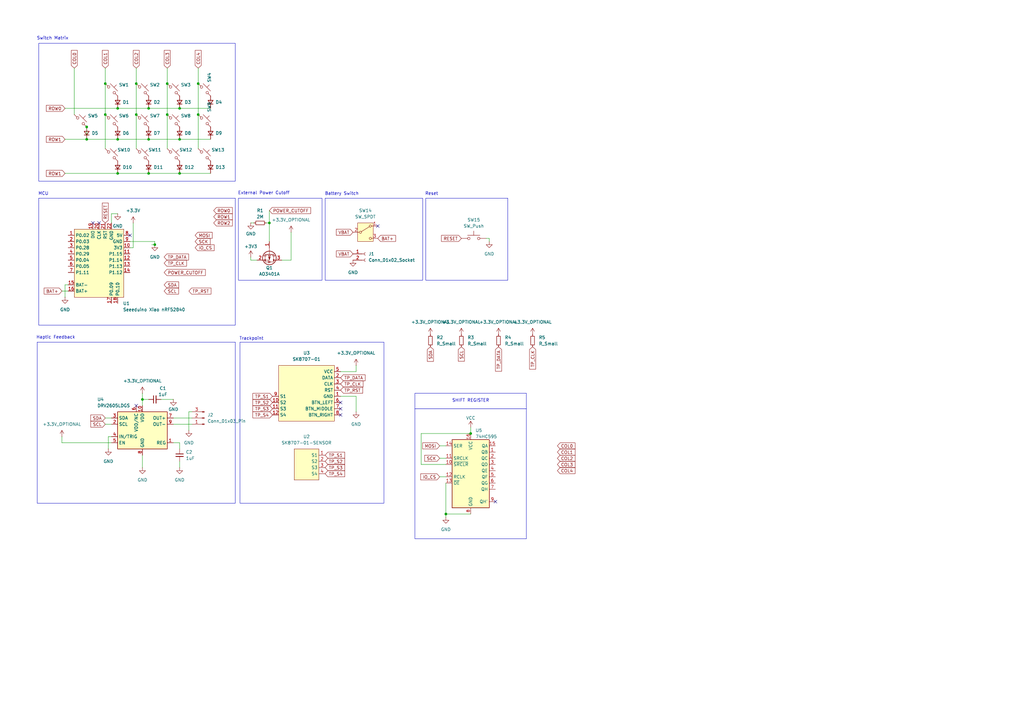
<source format=kicad_sch>
(kicad_sch (version 20231120) (generator "eeschema") (generator_version "8.0")
  (paper "A3")
  (lib_symbols
    (symbol "74xx:74HC595"
      (property "Reference" "U" (at -7.62 13.97 0))
      (property "Value" "74HC595" (at -7.62 -16.51 0))
      (symbol "74HC595_1_0"
        (pin tri_state line (at 10.16 7.62 180) (length 2.54) (name "QB") (number "1"))
        (pin input line (at -10.16 2.54 0) (length 2.54) (name "~{SRCLR}") (number "10"))
        (pin input line (at -10.16 5.08 0) (length 2.54) (name "SRCLK") (number "11"))
        (pin input line (at -10.16 -2.54 0) (length 2.54) (name "RCLK") (number "12"))
        (pin input line (at -10.16 -5.08 0) (length 2.54) (name "~{OE}") (number "13"))
        (pin input line (at -10.16 10.16 0) (length 2.54) (name "SER") (number "14"))
        (pin tri_state line (at 10.16 10.16 180) (length 2.54) (name "QA") (number "15"))
        (pin power_in line (at 0 15.24 270) (length 2.54) (name "VCC") (number "16"))
        (pin tri_state line (at 10.16 5.08 180) (length 2.54) (name "QC") (number "2"))
        (pin tri_state line (at 10.16 2.54 180) (length 2.54) (name "QD") (number "3"))
        (pin tri_state line (at 10.16 0 180) (length 2.54) (name "QE") (number "4"))
        (pin tri_state line (at 10.16 -2.54 180) (length 2.54) (name "QF") (number "5"))
        (pin tri_state line (at 10.16 -5.08 180) (length 2.54) (name "QG") (number "6"))
        (pin tri_state line (at 10.16 -7.62 180) (length 2.54) (name "QH") (number "7"))
        (pin power_in line (at 0 -17.78 90) (length 2.54) (name "GND") (number "8"))
        (pin output line (at 10.16 -12.7 180) (length 2.54) (name "QH'") (number "9"))
      )
      (symbol "74HC595_1_1"
        (rectangle (start -7.62 12.7) (end 7.62 -15.24) (stroke (width 0.254)) (fill (type background)))
      )
    )
    (symbol "Connector:Conn_01x02_Socket" (pin_names (offset 1.016) hide)
      (property "Reference" "J" (at 0 2.54 0))
      (property "Value" "Conn_01x02_Socket" (at 0 -5.08 0))
      (symbol "Conn_01x02_Socket_1_1"
        (arc (start 0 -2.032) (mid -0.5058 -2.54) (end 0 -3.048) (stroke (width 0.1524)))
        (polyline (pts (xy -1.27 -2.54) (xy -0.508 -2.54)) (stroke (width 0.1524)))
        (polyline (pts (xy -1.27 0) (xy -0.508 0)) (stroke (width 0.1524)))
        (arc (start 0 0.508) (mid -0.5058 0) (end 0 -0.508) (stroke (width 0.1524)))
        (pin passive line (at -5.08 0 0) (length 3.81) (name "Pin_1") (number "1"))
        (pin passive line (at -5.08 -2.54 0) (length 3.81) (name "Pin_2") (number "2"))
      )
    )
    (symbol "Connector:Conn_01x03_Pin" (pin_names (offset 1.016) hide)
      (property "Reference" "J" (at 0 5.08 0))
      (property "Value" "Conn_01x03_Pin" (at 0 -5.08 0))
      (symbol "Conn_01x03_Pin_1_1"
        (polyline (pts (xy 1.27 -2.54) (xy 0.8636 -2.54)) (stroke (width 0.1524)))
        (polyline (pts (xy 1.27 0) (xy 0.8636 0)) (stroke (width 0.1524)))
        (polyline (pts (xy 1.27 2.54) (xy 0.8636 2.54)) (stroke (width 0.1524)))
        (rectangle (start 0.8636 -2.413) (end 0 -2.667) (stroke (width 0.1524)) (fill (type outline)))
        (rectangle (start 0.8636 0.127) (end 0 -0.127) (stroke (width 0.1524)) (fill (type outline)))
        (rectangle (start 0.8636 2.667) (end 0 2.413) (stroke (width 0.1524)) (fill (type outline)))
        (pin passive line (at 5.08 2.54 180) (length 3.81) (name "Pin_1") (number "1"))
        (pin passive line (at 5.08 0 180) (length 3.81) (name "Pin_2") (number "2"))
        (pin passive line (at 5.08 -2.54 180) (length 3.81) (name "Pin_3") (number "3"))
      )
    )
    (symbol "Device:C_Small" (pin_numbers hide) (pin_names (offset 0.254) hide)
      (property "Reference" "C" (at 0.254 1.778 0))
      (property "Value" "C_Small" (at 0.254 -2.032 0))
      (symbol "C_Small_0_1"
        (polyline (pts (xy -1.524 -0.508) (xy 1.524 -0.508)) (stroke (width 0.3302)))
        (polyline (pts (xy -1.524 0.508) (xy 1.524 0.508)) (stroke (width 0.3048)))
      )
      (symbol "C_Small_1_1"
        (pin passive line (at 0 2.54 270) (length 2.032) (name "~") (number "1"))
        (pin passive line (at 0 -2.54 90) (length 2.032) (name "~") (number "2"))
      )
    )
    (symbol "Device:D_Small" (pin_numbers hide) (pin_names (offset 0.254) hide)
      (property "Reference" "D" (at -1.27 2.032 0))
      (property "Value" "D_Small" (at -3.81 -2.032 0))
      (symbol "D_Small_0_1"
        (polyline (pts (xy -0.762 -1.016) (xy -0.762 1.016)) (stroke (width 0.254)))
        (polyline (pts (xy -0.762 0) (xy 0.762 0)))
        (polyline (pts (xy 0.762 -1.016) (xy -0.762 0) (xy 0.762 1.016) (xy 0.762 -1.016)) (stroke (width 0.254)))
      )
      (symbol "D_Small_1_1"
        (pin passive line (at -2.54 0 0) (length 1.778) (name "K") (number "1"))
        (pin passive line (at 2.54 0 180) (length 1.778) (name "A") (number "2"))
      )
    )
    (symbol "Device:R_Small" (pin_numbers hide) (pin_names (offset 0.254) hide)
      (property "Reference" "R" (at 0.762 0.508 0))
      (property "Value" "R_Small" (at 0.762 -1.016 0))
      (symbol "R_Small_0_1"
        (rectangle (start -0.762 1.778) (end 0.762 -1.778) (stroke (width 0.2032)))
      )
      (symbol "R_Small_1_1"
        (pin passive line (at 0 2.54 270) (length 0.762) (name "~") (number "1"))
        (pin passive line (at 0 -2.54 90) (length 0.762) (name "~") (number "2"))
      )
    )
    (symbol "Driver_Haptic:DRV2605LDGS"
      (property "Reference" "U" (at -10.16 8.255 0))
      (property "Value" "DRV2605LDGS" (at 2.54 -8.89 0))
      (symbol "DRV2605LDGS_0_1"
        (rectangle (start -10.16 7.62) (end 10.16 -7.62) (stroke (width 0.254)) (fill (type background)))
      )
      (symbol "DRV2605LDGS_1_1"
        (pin passive line (at 12.7 -5.08 180) (length 2.54) (name "REG") (number "1"))
        (pin power_in line (at 0 10.16 270) (length 2.54) (name "VDD") (number "10"))
        (pin input line (at -12.7 2.54 0) (length 2.54) (name "SCL") (number "2"))
        (pin bidirectional line (at -12.7 5.08 0) (length 2.54) (name "SDA") (number "3"))
        (pin input line (at -12.7 -2.54 0) (length 2.54) (name "IN/TRIG") (number "4"))
        (pin input line (at -12.7 -5.08 0) (length 2.54) (name "EN") (number "5"))
        (pin power_in line (at -2.54 10.16 270) (length 2.54) (name "VDD/NC") (number "6"))
        (pin output line (at 12.7 5.08 180) (length 2.54) (name "OUT+") (number "7"))
        (pin power_in line (at 0 -10.16 90) (length 2.54) (name "GND") (number "8"))
        (pin output line (at 12.7 2.54 180) (length 2.54) (name "OUT-") (number "9"))
      )
    )
    (symbol "PCM_marbastlib-promicroish:Seeeduino_Xiao_nRF52840" (in_bom no)
      (property "Reference" "U" (at -10.16 -12.7 0))
      (property "Value" "Seeeduino Xiao nRF52840" (at -10.16 -15.24 0))
      (symbol "Seeeduino_Xiao_nRF52840_1_0"
        (pin bidirectional line (at -12.7 13.97 0) (length 2.54) (name "P0.02") (number "1"))
        (pin power_out line (at 12.7 8.89 180) (length 2.54) (name "3V3") (number "10"))
        (pin bidirectional line (at 12.7 6.35 180) (length 2.54) (name "P1.15") (number "11"))
        (pin bidirectional line (at 12.7 3.81 180) (length 2.54) (name "P1.14") (number "12"))
        (pin bidirectional line (at 12.7 1.27 180) (length 2.54) (name "P1.13") (number "13"))
        (pin bidirectional line (at 12.7 -1.27 180) (length 2.54) (name "P1.12") (number "14"))
        (pin power_in line (at -12.7 -6.35 0) (length 2.54) (name "BAT-") (number "15"))
        (pin power_in line (at -12.7 -8.89 0) (length 2.54) (name "BAT+") (number "16"))
        (pin bidirectional line (at 5.08 -13.97 90) (length 2.54) (name "P0.09") (number "17"))
        (pin bidirectional line (at 7.62 -13.97 90) (length 2.54) (name "P0.10") (number "18"))
        (pin bidirectional line (at -2.54 19.05 270) (length 2.54) (name "DIO") (number "19"))
        (pin bidirectional line (at -12.7 11.43 0) (length 2.54) (name "P0.03") (number "2"))
        (pin bidirectional line (at 0 19.05 270) (length 2.54) (name "CLK") (number "20"))
        (pin bidirectional line (at 2.54 19.05 270) (length 2.54) (name "RST") (number "21"))
        (pin power_out line (at 5.08 19.05 270) (length 2.54) (name "GND") (number "22"))
        (pin bidirectional line (at -12.7 8.89 0) (length 2.54) (name "P0.28") (number "3"))
        (pin bidirectional line (at -12.7 6.35 0) (length 2.54) (name "P0.29") (number "4"))
        (pin bidirectional line (at -12.7 3.81 0) (length 2.54) (name "P0.04") (number "5"))
        (pin bidirectional line (at -12.7 1.27 0) (length 2.54) (name "P0.05") (number "6"))
        (pin bidirectional line (at -12.7 -1.27 0) (length 2.54) (name "P1.11") (number "7"))
        (pin power_out line (at 12.7 13.97 180) (length 2.54) (name "5V") (number "8"))
        (pin power_out line (at 12.7 11.43 180) (length 2.54) (name "GND") (number "9"))
      )
      (symbol "Seeeduino_Xiao_nRF52840_1_1"
        (rectangle (start -10.16 16.51) (end 10.16 -11.43) (fill (type background)))
      )
    )
    (symbol "Switch:SW_Push" (pin_numbers hide) (pin_names (offset 1.016) hide)
      (property "Reference" "SW" (at 1.27 2.54 0))
      (property "Value" "SW_Push" (at 0 -1.524 0))
      (symbol "SW_Push_0_1"
        (circle (center -2.032 0) (radius 0.508))
        (polyline (pts (xy 0 1.27) (xy 0 3.048)))
        (polyline (pts (xy 2.54 1.27) (xy -2.54 1.27)))
        (circle (center 2.032 0) (radius 0.508))
        (pin passive line (at -5.08 0 0) (length 2.54) (name "1") (number "1"))
        (pin passive line (at 5.08 0 180) (length 2.54) (name "2") (number "2"))
      )
    )
    (symbol "Switch:SW_Push_45deg" (pin_numbers hide) (pin_names (offset 1.016) hide)
      (property "Reference" "SW" (at 3.048 1.016 0))
      (property "Value" "SW_Push_45deg" (at 0 -3.81 0))
      (symbol "SW_Push_45deg_0_1"
        (circle (center -1.1684 1.1684) (radius 0.508))
        (polyline (pts (xy -0.508 2.54) (xy 2.54 -0.508)))
        (polyline (pts (xy 1.016 1.016) (xy 2.032 2.032)))
        (polyline (pts (xy -2.54 2.54) (xy -1.524 1.524) (xy -1.524 1.524)))
        (polyline (pts (xy 1.524 -1.524) (xy 2.54 -2.54) (xy 2.54 -2.54) (xy 2.54 -2.54)))
        (circle (center 1.143 -1.1938) (radius 0.508))
        (pin passive line (at -2.54 2.54 0) (length 0) (name "1") (number "1"))
        (pin passive line (at 2.54 -2.54 180) (length 0) (name "2") (number "2"))
      )
    )
    (symbol "Switch:SW_SPDT" (pin_names (offset 0) hide)
      (property "Reference" "SW" (at 0 5.08 0))
      (property "Value" "SW_SPDT" (at 0 -5.08 0))
      (symbol "SW_SPDT_0_1"
        (circle (center -2.032 0) (radius 0.4572))
        (polyline (pts (xy -1.651 0.254) (xy 1.651 2.286)))
        (circle (center 2.032 -2.54) (radius 0.4572))
        (circle (center 2.032 2.54) (radius 0.4572))
      )
      (symbol "SW_SPDT_1_1"
        (rectangle (start -3.175 3.81) (end 3.175 -3.81) (fill (type background)))
        (pin passive line (at 5.08 2.54 180) (length 2.54) (name "A") (number "1"))
        (pin passive line (at -5.08 0 0) (length 2.54) (name "B") (number "2"))
        (pin passive line (at 5.08 -2.54 180) (length 2.54) (name "C") (number "3"))
      )
    )
    (symbol "Transistor_FET:AO3401A" (pin_names hide)
      (property "Reference" "Q" (at 5.08 1.905 0))
      (property "Value" "AO3401A" (at 5.08 0 0))
      (symbol "AO3401A_0_1"
        (polyline (pts (xy 0.254 0) (xy -2.54 0)))
        (polyline (pts (xy 0.254 1.905) (xy 0.254 -1.905)) (stroke (width 0.254)))
        (polyline (pts (xy 0.762 -1.27) (xy 0.762 -2.286)) (stroke (width 0.254)))
        (polyline (pts (xy 0.762 0.508) (xy 0.762 -0.508)) (stroke (width 0.254)))
        (polyline (pts (xy 0.762 2.286) (xy 0.762 1.27)) (stroke (width 0.254)))
        (polyline (pts (xy 2.54 2.54) (xy 2.54 1.778)))
        (polyline (pts (xy 2.54 -2.54) (xy 2.54 0) (xy 0.762 0)))
        (polyline (pts (xy 0.762 1.778) (xy 3.302 1.778) (xy 3.302 -1.778) (xy 0.762 -1.778)))
        (polyline (pts (xy 2.286 0) (xy 1.27 0.381) (xy 1.27 -0.381) (xy 2.286 0)) (fill (type outline)))
        (polyline (pts (xy 2.794 -0.508) (xy 2.921 -0.381) (xy 3.683 -0.381) (xy 3.81 -0.254)))
        (polyline (pts (xy 3.302 -0.381) (xy 2.921 0.254) (xy 3.683 0.254) (xy 3.302 -0.381)))
        (circle (center 1.651 0) (radius 2.794) (stroke (width 0.254)))
        (circle (center 2.54 -1.778) (radius 0.254) (fill (type outline)))
        (circle (center 2.54 1.778) (radius 0.254) (fill (type outline)))
      )
      (symbol "AO3401A_1_1"
        (pin input line (at -5.08 0 0) (length 2.54) (name "G") (number "1"))
        (pin passive line (at 2.54 -5.08 90) (length 2.54) (name "S") (number "2"))
        (pin passive line (at 2.54 5.08 270) (length 2.54) (name "D") (number "3"))
      )
    )
    (symbol "hyperpotato:+3.3V_OPTIONAL" (power) (pin_numbers hide) (pin_names (offset 0) hide)
      (property "Value" "+3.3V_OPTIONAL" (at 0 3.556 0))
      (symbol "+3.3V_OPTIONAL_0_1"
        (polyline (pts (xy -0.762 1.27) (xy 0 2.54)))
        (polyline (pts (xy 0 0) (xy 0 2.54)))
        (polyline (pts (xy 0 2.54) (xy 0.762 1.27)))
      )
      (symbol "+3.3V_OPTIONAL_1_1"
        (pin power_in line (at 0 0 90) (length 0) (name "~") (number "1"))
      )
    )
    (symbol "power:+3.3V" (power) (pin_numbers hide) (pin_names (offset 0) hide)
      (property "Value" "+3.3V" (at 0 3.556 0))
      (symbol "+3.3V_0_1"
        (polyline (pts (xy -0.762 1.27) (xy 0 2.54)))
        (polyline (pts (xy 0 0) (xy 0 2.54)))
        (polyline (pts (xy 0 2.54) (xy 0.762 1.27)))
      )
      (symbol "+3.3V_1_1"
        (pin power_in line (at 0 0 90) (length 0) (name "~") (number "1"))
      )
    )
    (symbol "power:GND" (power) (pin_numbers hide) (pin_names (offset 0) hide)
      (property "Value" "GND" (at 0 -3.81 0))
      (symbol "GND_0_1"
        (polyline (pts (xy 0 0) (xy 0 -1.27) (xy 1.27 -1.27) (xy 0 -2.54) (xy -1.27 -1.27) (xy 0 -1.27)))
      )
      (symbol "GND_1_1"
        (pin power_in line (at 0 0 270) (length 0) (name "~") (number "1"))
      )
    )
    (symbol "power:VCC" (power) (pin_names (offset 0))
      (property "Value" "VCC" (at 0 3.81 0))
      (symbol "VCC_0_1"
        (polyline (pts (xy -0.762 1.27) (xy 0 2.54)))
        (polyline (pts (xy 0 0) (xy 0 2.54)))
        (polyline (pts (xy 0 2.54) (xy 0.762 1.27)))
      )
      (symbol "VCC_1_1"
        (pin power_in line (at 0 0 90) (length 0) hide (name "VCC") (number "1"))
      )
    )
    (symbol "ssbb_parts:+3.3V_OPTIONAL" (power) (pin_numbers hide) (pin_names (offset 0) hide)
      (property "Value" "+3.3V_OPTIONAL" (at 0 3.556 0))
      (symbol "+3.3V_OPTIONAL_0_1"
        (polyline (pts (xy -0.762 1.27) (xy 0 2.54)))
        (polyline (pts (xy 0 0) (xy 0 2.54)))
        (polyline (pts (xy 0 2.54) (xy 0.762 1.27)))
      )
      (symbol "+3.3V_OPTIONAL_1_1"
        (pin power_in line (at 0 0 90) (length 0) (name "~") (number "1"))
      )
    )
    (symbol "ssbb_parts:Sprintek_SK8707-01_Sensor"
      (property "Reference" "U2" (at 0 11.43 0))
      (property "Value" "Sprintek_SK8707-01_Sensor" (at 0 8.89 0))
      (symbol "Sprintek_SK8707-01_Sensor_1_1"
        (rectangle (start -5.08 6.35) (end 5.08 -6.35) (fill (type background)))
        (pin bidirectional line (at 7.62 3.81 180) (length 2.54) (name "S1") (number "1"))
        (pin bidirectional line (at 7.62 1.27 180) (length 2.54) (name "S2") (number "2"))
        (pin bidirectional line (at 7.62 -1.27 180) (length 2.54) (name "S3") (number "3"))
        (pin bidirectional line (at 7.62 -3.81 180) (length 2.54) (name "S4") (number "4"))
      )
    )
    (symbol "ssbb_parts:Sprintek_SK8707–01"
      (property "Reference" "U3" (at 0 16.51 0))
      (property "Value" "SK8707-01" (at 0 13.97 0))
      (symbol "Sprintek_SK8707–01_1_1"
        (rectangle (start -11.43 11.43) (end 11.43 -11.43) (fill (type background)))
        (pin power_in line (at 13.97 -1.27 180) (length 2.54) (name "GND") (number "1"))
        (pin bidirectional line (at -13.97 -3.81 0) (length 2.54) (name "S2") (number "10"))
        (pin bidirectional line (at -13.97 -6.35 0) (length 2.54) (name "S3") (number "11"))
        (pin bidirectional line (at -13.97 -8.89 0) (length 2.54) (name "S4") (number "12"))
        (pin bidirectional line (at 13.97 6.35 180) (length 2.54) (name "DATA") (number "2"))
        (pin bidirectional line (at 13.97 3.81 180) (length 2.54) (name "CLK") (number "3"))
        (pin input line (at 13.97 1.27 180) (length 2.54) (name "RST") (number "4"))
        (pin power_in line (at 13.97 8.89 180) (length 2.54) (name "VCC") (number "5"))
        (pin bidirectional line (at 13.97 -3.81 180) (length 2.54) (name "BTN_LEFT") (number "6"))
        (pin bidirectional line (at 13.97 -6.35 180) (length 2.54) (name "BTN_MIDDLE") (number "7"))
        (pin bidirectional line (at 13.97 -8.89 180) (length 2.54) (name "BTN_RIGHT") (number "8"))
        (pin bidirectional line (at -13.97 -1.27 0) (length 2.54) (name "S1") (number "9"))
      )
    )
  )
  (junction (at 81.28 46.99))
  (junction (at 68.58 34.29))
  (junction (at 43.18 46.99))
  (junction (at 43.18 34.29))
  (junction (at 73.66 57.15))
  (junction (at 60.96 57.15))
  (junction (at 58.42 163.83))
  (junction (at 48.26 57.15))
  (junction (at 68.58 46.99))
  (junction (at 35.56 57.15))
  (junction (at 182.88 210.82))
  (junction (at 55.88 34.29))
  (junction (at 60.96 71.12))
  (junction (at 63.5 100.33))
  (junction (at 35.56 52.07))
  (junction (at 60.96 44.45))
  (junction (at 48.26 71.12))
  (junction (at 73.66 71.12))
  (junction (at 73.66 44.45))
  (junction (at 193.04 177.8))
  (junction (at 110.49 91.44))
  (junction (at 55.88 46.99))
  (junction (at 81.28 34.29))
  (junction (at 48.26 44.45))
  (no_connect (at 40.64 91.44))
  (no_connect (at 55.88 166.37))
  (no_connect (at 139.7 167.64))
  (no_connect (at 139.7 165.1))
  (no_connect (at 53.34 96.52))
  (no_connect (at 154.94 92.71))
  (no_connect (at 203.2 205.74))
  (no_connect (at 38.1 91.44))
  (no_connect (at 139.7 170.18))
  (wire (pts (xy 146.05 162.56) (xy 146.05 168.91)))
  (wire (pts (xy 55.88 46.99) (xy 55.88 60.96)))
  (wire (pts (xy 60.96 71.12) (xy 73.66 71.12)))
  (wire (pts (xy 139.7 152.4) (xy 146.05 152.4)))
  (wire (pts (xy 35.56 57.15) (xy 48.26 57.15)))
  (wire (pts (xy 43.18 173.99) (xy 45.72 173.99)))
  (wire (pts (xy 48.26 71.12) (xy 60.96 71.12)))
  (wire (pts (xy 182.88 198.12) (xy 182.88 210.82)))
  (wire (pts (xy 199.39 97.79) (xy 200.66 97.79)))
  (wire (pts (xy 115.57 106.68) (xy 119.38 106.68)))
  (wire (pts (xy 43.18 46.99) (xy 43.18 60.96)))
  (wire (pts (xy 172.72 190.5) (xy 172.72 177.8)))
  (wire (pts (xy 182.88 190.5) (xy 172.72 190.5)))
  (wire (pts (xy 71.12 181.61) (xy 73.66 181.61)))
  (wire (pts (xy 73.66 44.45) (xy 86.36 44.45)))
  (wire (pts (xy 73.66 57.15) (xy 86.36 57.15)))
  (wire (pts (xy 180.34 187.96) (xy 182.88 187.96)))
  (wire (pts (xy 58.42 186.69) (xy 58.42 191.77)))
  (wire (pts (xy 60.96 44.45) (xy 73.66 44.45)))
  (wire (pts (xy 102.87 105.41) (xy 102.87 106.68)))
  (wire (pts (xy 71.12 171.45) (xy 78.74 171.45)))
  (wire (pts (xy 43.18 34.29) (xy 43.18 46.99)))
  (wire (pts (xy 26.67 116.84) (xy 26.67 121.92)))
  (wire (pts (xy 26.67 57.15) (xy 35.56 57.15)))
  (wire (pts (xy 71.12 173.99) (xy 78.74 173.99)))
  (wire (pts (xy 25.4 119.38) (xy 27.94 119.38)))
  (wire (pts (xy 109.22 91.44) (xy 110.49 91.44)))
  (wire (pts (xy 26.67 44.45) (xy 48.26 44.45)))
  (wire (pts (xy 78.74 168.91) (xy 77.47 168.91)))
  (wire (pts (xy 182.88 210.82) (xy 193.04 210.82)))
  (wire (pts (xy 58.42 161.29) (xy 58.42 163.83)))
  (wire (pts (xy 81.28 34.29) (xy 81.28 46.99)))
  (wire (pts (xy 45.72 87.63) (xy 48.26 87.63)))
  (wire (pts (xy 146.05 149.86) (xy 146.05 152.4)))
  (wire (pts (xy 44.45 184.15) (xy 44.45 179.07)))
  (wire (pts (xy 180.34 182.88) (xy 182.88 182.88)))
  (wire (pts (xy 62.23 100.33) (xy 63.5 100.33)))
  (wire (pts (xy 25.4 179.07) (xy 25.4 181.61)))
  (wire (pts (xy 81.28 46.99) (xy 81.28 60.96)))
  (wire (pts (xy 54.61 91.44) (xy 54.61 101.6)))
  (wire (pts (xy 139.7 162.56) (xy 146.05 162.56)))
  (wire (pts (xy 200.66 97.79) (xy 200.66 99.06)))
  (wire (pts (xy 25.4 181.61) (xy 45.72 181.61)))
  (wire (pts (xy 45.72 87.63) (xy 45.72 91.44)))
  (wire (pts (xy 73.66 191.77) (xy 73.66 189.23)))
  (wire (pts (xy 68.58 27.94) (xy 68.58 34.29)))
  (wire (pts (xy 81.28 27.94) (xy 81.28 34.29)))
  (wire (pts (xy 58.42 163.83) (xy 60.96 163.83)))
  (wire (pts (xy 35.56 57.15) (xy 35.56 52.07)))
  (wire (pts (xy 27.94 116.84) (xy 26.67 116.84)))
  (wire (pts (xy 73.66 181.61) (xy 73.66 184.15)))
  (wire (pts (xy 60.96 57.15) (xy 73.66 57.15)))
  (wire (pts (xy 63.5 99.06) (xy 63.5 100.33)))
  (wire (pts (xy 110.49 91.44) (xy 110.49 99.06)))
  (wire (pts (xy 44.45 179.07) (xy 45.72 179.07)))
  (wire (pts (xy 66.04 163.83) (xy 71.12 163.83)))
  (wire (pts (xy 180.34 195.58) (xy 182.88 195.58)))
  (wire (pts (xy 55.88 27.94) (xy 55.88 34.29)))
  (wire (pts (xy 58.42 163.83) (xy 58.42 166.37)))
  (wire (pts (xy 172.72 177.8) (xy 193.04 177.8)))
  (wire (pts (xy 102.87 106.68) (xy 105.41 106.68)))
  (wire (pts (xy 48.26 57.15) (xy 60.96 57.15)))
  (wire (pts (xy 55.88 34.29) (xy 55.88 46.99)))
  (wire (pts (xy 193.04 175.26) (xy 193.04 177.8)))
  (wire (pts (xy 43.18 27.94) (xy 43.18 34.29)))
  (wire (pts (xy 102.87 91.44) (xy 104.14 91.44)))
  (wire (pts (xy 48.26 44.45) (xy 60.96 44.45)))
  (wire (pts (xy 53.34 101.6) (xy 54.61 101.6)))
  (wire (pts (xy 53.34 99.06) (xy 63.5 99.06)))
  (wire (pts (xy 68.58 34.29) (xy 68.58 46.99)))
  (wire (pts (xy 119.38 95.25) (xy 119.38 106.68)))
  (wire (pts (xy 73.66 71.12) (xy 86.36 71.12)))
  (wire (pts (xy 77.47 168.91) (xy 77.47 176.53)))
  (wire (pts (xy 182.88 212.09) (xy 182.88 210.82)))
  (wire (pts (xy 68.58 46.99) (xy 68.58 60.96)))
  (wire (pts (xy 26.67 71.12) (xy 48.26 71.12)))
  (wire (pts (xy 30.48 27.94) (xy 30.48 46.99)))
  (wire (pts (xy 110.49 86.36) (xy 110.49 91.44)))
  (wire (pts (xy 43.18 171.45) (xy 45.72 171.45)))
  (rectangle (start 98.425 140.335) (end 157.48 206.375))
  (rectangle (start 97.79 81.28) (end 132.08 114.935))
  (rectangle (start 170.18 161.29) (end 215.9 220.98))
  (rectangle (start 15.875 81.28) (end 96.52 133.35))
  (rectangle (start 133.35 81.28) (end 173.355 114.935))
  (rectangle (start 15.24 140.335) (end 96.52 206.375))
  (rectangle (start 15.875 17.78) (end 96.52 74.295))
  (rectangle (start 174.625 81.28) (end 208.28 114.935))
  (rectangle (start 170.18 167.64) (end 215.9 167.64))
  (text "Trackpoint" (at 103.124 138.938 0) (effects (font (size 1.27 1.27))))
  (text "Battery Switch" (at 140.208 79.502 0) (effects (font (size 1.27 1.27))))
  (text "Haptic Feedback" (at 22.86 138.43 0) (effects (font (size 1.27 1.27))))
  (text "Reset" (at 177.038 79.502 0) (effects (font (size 1.27 1.27))))
  (text "SHIFT REGISTER" (at 185.42 165.1 0) (effects (font (size 1.27 1.27)) (justify left bottom)))
  (text "MCU" (at 17.78 79.502 0) (effects (font (size 1.27 1.27))))
  (text "Switch Matrix" (at 21.59 15.748 0) (effects (font (size 1.27 1.27))))
  (text "External Power Cutoff" (at 108.204 79.248 0) (effects (font (size 1.27 1.27))))
  (global_label "SCL" (shape input) (at 189.23 142.24 270) (property "Intersheetrefs" "${INTERSHEET_REFS}" (effects (hide yes))))
  (global_label "TP_RST" (shape input) (at 139.7 160.02 0) (property "Intersheetrefs" "${INTERSHEET_REFS}" (effects (hide yes))))
  (global_label "TP_S3" (shape input) (at 133.35 191.77 0) (property "Intersheetrefs" "${INTERSHEET_REFS}" (effects (hide yes))))
  (global_label "TP_RST" (shape input) (at 77.47 119.38 0) (property "Intersheetrefs" "${INTERSHEET_REFS}" (effects (hide yes))))
  (global_label "IO_CS" (shape input) (at 180.34 195.58 180) (property "Intersheetrefs" "${INTERSHEET_REFS}" (effects (hide yes))))
  (global_label "COL2" (shape input) (at 228.6 187.96 0) (property "Intersheetrefs" "${INTERSHEET_REFS}" (effects (hide yes))))
  (global_label "SCK" (shape input) (at 80.01 99.06 0) (property "Intersheetrefs" "${INTERSHEET_REFS}" (effects (hide yes))))
  (global_label "COL4" (shape input) (at 228.6 193.04 0) (property "Intersheetrefs" "${INTERSHEET_REFS}" (effects (hide yes))))
  (global_label "TP_S2" (shape input) (at 111.76 165.1 180) (property "Intersheetrefs" "${INTERSHEET_REFS}" (effects (hide yes))))
  (global_label "TP_DATA" (shape input) (at 139.7 154.94 0) (property "Intersheetrefs" "${INTERSHEET_REFS}" (effects (hide yes))))
  (global_label "SCL" (shape input) (at 67.31 119.38 0) (property "Intersheetrefs" "${INTERSHEET_REFS}" (effects (hide yes))))
  (global_label "RESET" (shape input) (at 189.23 97.79 180) (property "Intersheetrefs" "${INTERSHEET_REFS}" (effects (hide yes))))
  (global_label "VBAT" (shape input) (at 144.78 104.14 180) (property "Intersheetrefs" "${INTERSHEET_REFS}" (effects (hide yes))))
  (global_label "COL0" (shape input) (at 228.6 182.88 0) (property "Intersheetrefs" "${INTERSHEET_REFS}" (effects (hide yes))))
  (global_label "SCL" (shape input) (at 43.18 173.99 180) (property "Intersheetrefs" "${INTERSHEET_REFS}" (effects (hide yes))))
  (global_label "COL2" (shape input) (at 55.88 27.94 90) (property "Intersheetrefs" "${INTERSHEET_REFS}" (effects (hide yes))))
  (global_label "ROW1" (shape input) (at 26.67 71.12 180) (property "Intersheetrefs" "${INTERSHEET_REFS}" (effects (hide yes))))
  (global_label "TP_S4" (shape input) (at 133.35 194.31 0) (property "Intersheetrefs" "${INTERSHEET_REFS}" (effects (hide yes))))
  (global_label "TP_S4" (shape input) (at 111.76 170.18 180) (property "Intersheetrefs" "${INTERSHEET_REFS}" (effects (hide yes))))
  (global_label "TP_CLK" (shape input) (at 67.31 107.95 0) (property "Intersheetrefs" "${INTERSHEET_REFS}" (effects (hide yes))))
  (global_label "ROW2" (shape input) (at 87.63 91.44 0) (property "Intersheetrefs" "${INTERSHEET_REFS}" (effects (hide yes))))
  (global_label "MOSI" (shape input) (at 80.01 96.52 0) (property "Intersheetrefs" "${INTERSHEET_REFS}" (effects (hide yes))))
  (global_label "RESET" (shape input) (at 43.18 91.44 90) (property "Intersheetrefs" "${INTERSHEET_REFS}" (effects (hide yes))))
  (global_label "POWER_CUTOFF" (shape input) (at 110.49 86.36 0) (property "Intersheetrefs" "${INTERSHEET_REFS}" (effects (hide yes))))
  (global_label "ROW0" (shape input) (at 26.67 44.45 180) (property "Intersheetrefs" "${INTERSHEET_REFS}" (effects (hide yes))))
  (global_label "TP_S1" (shape input) (at 111.76 162.56 180) (property "Intersheetrefs" "${INTERSHEET_REFS}" (effects (hide yes))))
  (global_label "MOSI" (shape input) (at 180.34 182.88 180) (property "Intersheetrefs" "${INTERSHEET_REFS}" (effects (hide yes))))
  (global_label "TP_CLK" (shape input) (at 218.44 142.24 270) (property "Intersheetrefs" "${INTERSHEET_REFS}" (effects (hide yes))))
  (global_label "COL4" (shape input) (at 81.28 27.94 90) (property "Intersheetrefs" "${INTERSHEET_REFS}" (effects (hide yes))))
  (global_label "COL1" (shape input) (at 228.6 185.42 0) (property "Intersheetrefs" "${INTERSHEET_REFS}" (effects (hide yes))))
  (global_label "TP_CLK" (shape input) (at 139.7 157.48 0) (property "Intersheetrefs" "${INTERSHEET_REFS}" (effects (hide yes))))
  (global_label "TP_S1" (shape input) (at 133.35 186.69 0) (property "Intersheetrefs" "${INTERSHEET_REFS}" (effects (hide yes))))
  (global_label "COL3" (shape input) (at 68.58 27.94 90) (property "Intersheetrefs" "${INTERSHEET_REFS}" (effects (hide yes))))
  (global_label "SDA" (shape input) (at 176.53 142.24 270) (property "Intersheetrefs" "${INTERSHEET_REFS}" (effects (hide yes))))
  (global_label "SDA" (shape input) (at 43.18 171.45 180) (property "Intersheetrefs" "${INTERSHEET_REFS}" (effects (hide yes))))
  (global_label "VBAT" (shape input) (at 144.78 95.25 180) (property "Intersheetrefs" "${INTERSHEET_REFS}" (effects (hide yes))))
  (global_label "BAT+" (shape input) (at 25.4 119.38 180) (property "Intersheetrefs" "${INTERSHEET_REFS}" (effects (hide yes))))
  (global_label "TP_S2" (shape input) (at 133.35 189.23 0) (property "Intersheetrefs" "${INTERSHEET_REFS}" (effects (hide yes))))
  (global_label "ROW1" (shape input) (at 26.67 57.15 180) (property "Intersheetrefs" "${INTERSHEET_REFS}" (effects (hide yes))))
  (global_label "ROW1" (shape input) (at 87.63 88.9 0) (property "Intersheetrefs" "${INTERSHEET_REFS}" (effects (hide yes))))
  (global_label "TP_DATA" (shape input) (at 67.31 105.41 0) (property "Intersheetrefs" "${INTERSHEET_REFS}" (effects (hide yes))))
  (global_label "COL0" (shape input) (at 30.48 27.94 90) (property "Intersheetrefs" "${INTERSHEET_REFS}" (effects (hide yes))))
  (global_label "BAT+" (shape input) (at 154.94 97.79 0) (property "Intersheetrefs" "${INTERSHEET_REFS}" (effects (hide yes))))
  (global_label "SCK" (shape input) (at 180.34 187.96 180) (property "Intersheetrefs" "${INTERSHEET_REFS}" (effects (hide yes))))
  (global_label "COL1" (shape input) (at 43.18 27.94 90) (property "Intersheetrefs" "${INTERSHEET_REFS}" (effects (hide yes))))
  (global_label "IO_CS" (shape input) (at 80.01 101.6 0) (property "Intersheetrefs" "${INTERSHEET_REFS}" (effects (hide yes))))
  (global_label "SDA" (shape input) (at 67.31 116.84 0) (property "Intersheetrefs" "${INTERSHEET_REFS}" (effects (hide yes))))
  (global_label "ROW0" (shape input) (at 87.63 86.36 0) (property "Intersheetrefs" "${INTERSHEET_REFS}" (effects (hide yes))))
  (global_label "TP_S3" (shape input) (at 111.76 167.64 180) (property "Intersheetrefs" "${INTERSHEET_REFS}" (effects (hide yes))))
  (global_label "POWER_CUTOFF" (shape input) (at 67.31 111.76 0) (property "Intersheetrefs" "${INTERSHEET_REFS}" (effects (hide yes))))
  (global_label "COL3" (shape input) (at 228.6 190.5 0) (property "Intersheetrefs" "${INTERSHEET_REFS}" (effects (hide yes))))
  (global_label "TP_DATA" (shape input) (at 204.47 142.24 270) (property "Intersheetrefs" "${INTERSHEET_REFS}" (effects (hide yes))))
  (symbol (lib_id "Device:D_Small") (at 73.66 54.61 90) (unit 1)
    (property "Reference" "D8" (at 75.692 54.61 90) (effects (justify right)))
    (property "Value" "D_Small" (effects (hide yes)))
    (property "Footprint" "ssbb_parts:D_SOD-123_reversible" (effects (hide yes)))
    (property "Description" "Diode, small symbol" (effects (hide yes)))
    (property "Sim.Device" "D" (effects (hide yes)))
    (property "Sim.Pins" "1=K 2=A" (effects (hide yes)))
  )
  (symbol (lib_id "power:GND") (at 182.88 212.09 0) (unit 1)
    (property "Reference" "#PWR024" (effects (hide yes)))
    (property "Value" "GND" (at 182.88 217.17 0))
  )
  (symbol (lib_id "Device:D_Small") (at 35.56 54.61 90) (unit 1)
    (property "Reference" "D5" (at 37.592 54.61 90) (effects (justify right)))
    (property "Value" "D_Small" (effects (hide yes)))
    (property "Footprint" "ssbb_parts:D_SOD-123_reversible" (effects (hide yes)))
    (property "Description" "Diode, small symbol" (effects (hide yes)))
    (property "Sim.Device" "D" (effects (hide yes)))
    (property "Sim.Pins" "1=K 2=A" (effects (hide yes)))
  )
  (symbol (lib_id "hyperpotato:+3.3V_OPTIONAL") (at 25.4 179.07 0) (unit 1)
    (property "Reference" "#PWR016" (effects (hide yes)))
    (property "Value" "+3.3V_OPTIONAL" (at 25.4 173.99 0))
    (property "Description" "Power symbol creates a global label with name \"+3.3V_OPTIONAL\"" (effects (hide yes)))
  )
  (symbol (lib_id "power:GND") (at 48.26 87.63 0) (unit 1)
    (property "Reference" "#PWR01" (effects (hide yes)))
    (property "Value" "GND" (at 48.26 92.71 0))
    (property "Description" "Power symbol creates a global label with name \"GND\" , ground" (effects (hide yes)))
  )
  (symbol (lib_id "Device:R_Small") (at 176.53 139.7 0) (unit 1)
    (property "Reference" "R2" (at 179.07 138.4299 0) (effects (justify left)))
    (property "Value" "R_Small" (at 179.07 140.9699 0) (effects (justify left)))
    (property "Footprint" "ssbb_parts:R_0603_1608Metric_reversible" (effects (hide yes)))
    (property "Description" "Resistor, small symbol" (effects (hide yes)))
  )
  (symbol (lib_id "Device:D_Small") (at 86.36 54.61 90) (unit 1)
    (property "Reference" "D9" (at 88.392 54.61 90) (effects (justify right)))
    (property "Value" "D_Small" (effects (hide yes)))
    (property "Footprint" "ssbb_parts:D_SOD-123_reversible" (effects (hide yes)))
    (property "Description" "Diode, small symbol" (effects (hide yes)))
    (property "Sim.Device" "D" (effects (hide yes)))
    (property "Sim.Pins" "1=K 2=A" (effects (hide yes)))
  )
  (symbol (lib_id "Device:D_Small") (at 86.36 68.58 90) (unit 1)
    (property "Reference" "D13" (at 88.392 68.58 90) (effects (justify right)))
    (property "Value" "D_Small" (effects (hide yes)))
    (property "Footprint" "ssbb_parts:D_SOD-123_reversible" (effects (hide yes)))
    (property "Description" "Diode, small symbol" (effects (hide yes)))
    (property "Sim.Device" "D" (effects (hide yes)))
    (property "Sim.Pins" "1=K 2=A" (effects (hide yes)))
  )
  (symbol (lib_id "Switch:SW_Push_45deg") (at 45.72 63.5 0) (unit 1)
    (property "Reference" "SW10" (at 50.8 61.468 0))
    (property "Value" "SW_Push_45deg" (effects (hide yes)))
    (property "Footprint" "ssbb_parts:SW_choc_v1_reversible_1u" (effects (hide yes)))
    (property "Description" "Push button switch, normally open, two pins, 45° tilted" (effects (hide yes)))
  )
  (symbol (lib_id "Device:D_Small") (at 48.26 41.91 90) (unit 1)
    (property "Reference" "D1" (at 50.292 41.91 90) (effects (justify right)))
    (property "Value" "D_Small" (effects (hide yes)))
    (property "Footprint" "ssbb_parts:D_SOD-123_reversible" (effects (hide yes)))
    (property "Description" "Diode, small symbol" (effects (hide yes)))
    (property "Sim.Device" "D" (effects (hide yes)))
    (property "Sim.Pins" "1=K 2=A" (effects (hide yes)))
  )
  (symbol (lib_id "Switch:SW_Push") (at 194.31 97.79 0) (unit 1)
    (property "Reference" "SW15" (at 194.31 90.17 0))
    (property "Value" "SW_Push" (at 194.31 92.71 0))
    (property "Footprint" "ssbb_parts:Panasonic_EVQPUL_EVQPUC_reversible" (effects (hide yes)))
    (property "Description" "Push button switch, generic, two pins" (effects (hide yes)))
  )
  (symbol (lib_id "Switch:SW_Push_45deg") (at 71.12 63.5 0) (unit 1)
    (property "Reference" "SW12" (at 76.2 61.468 0))
    (property "Value" "SW_Push_45deg" (effects (hide yes)))
    (property "Footprint" "ssbb_parts:SW_choc_v1_reversible_1u" (effects (hide yes)))
    (property "Description" "Push button switch, normally open, two pins, 45° tilted" (effects (hide yes)))
  )
  (symbol (lib_id "hyperpotato:+3.3V_OPTIONAL") (at 119.38 95.25 0) (unit 1)
    (property "Reference" "#PWR04" (effects (hide yes)))
    (property "Value" "+3.3V_OPTIONAL" (at 119.38 90.17 0))
    (property "Description" "Power symbol creates a global label with name \"+3.3V_OPTIONAL\"" (effects (hide yes)))
  )
  (symbol (lib_id "Connector:Conn_01x02_Socket") (at 149.86 104.14 0) (unit 1)
    (property "Reference" "J1" (at 151.13 104.1399 0) (effects (justify left)))
    (property "Value" "Conn_01x02_Socket" (at 151.13 106.6799 0) (effects (justify left)))
    (property "Footprint" "ssbb_parts:Molex_Pico-EZmate_78171-0002_1x02-1MP_P1.20mm_Vertical_reversible" (effects (hide yes)))
    (property "Description" "Generic connector, single row, 01x02, script generated" (effects (hide yes)))
  )
  (symbol (lib_id "power:GND") (at 200.66 99.06 0) (unit 1)
    (property "Reference" "#PWR07" (effects (hide yes)))
    (property "Value" "GND" (at 200.66 104.14 0))
    (property "Description" "Power symbol creates a global label with name \"GND\" , ground" (effects (hide yes)))
  )
  (symbol (lib_id "Switch:SW_Push_45deg") (at 71.12 36.83 0) (unit 1)
    (property "Reference" "SW3" (at 76.2 34.798 0))
    (property "Value" "SW_Push_45deg" (effects (hide yes)))
    (property "Footprint" "ssbb_parts:SW_choc_v1_reversible_1u" (effects (hide yes)))
    (property "Description" "Push button switch, normally open, two pins, 45° tilted" (effects (hide yes)))
  )
  (symbol (lib_id "power:GND") (at 146.05 168.91 0) (unit 1)
    (property "Reference" "#PWR015" (effects (hide yes)))
    (property "Value" "GND" (at 146.05 173.99 0))
    (property "Description" "Power symbol creates a global label with name \"GND\" , ground" (effects (hide yes)))
  )
  (symbol (lib_id "Device:D_Small") (at 73.66 68.58 90) (unit 1)
    (property "Reference" "D12" (at 75.692 68.58 90) (effects (justify right)))
    (property "Value" "D_Small" (effects (hide yes)))
    (property "Footprint" "ssbb_parts:D_SOD-123_reversible" (effects (hide yes)))
    (property "Description" "Diode, small symbol" (effects (hide yes)))
    (property "Sim.Device" "D" (effects (hide yes)))
    (property "Sim.Pins" "1=K 2=A" (effects (hide yes)))
  )
  (symbol (lib_id "PCM_marbastlib-promicroish:Seeeduino_Xiao_nRF52840") (at 40.64 110.49 0) (unit 1) (in_bom no)
    (property "Reference" "U1" (at 50.4541 124.46 0) (effects (justify left)))
    (property "Value" "Seeeduino Xiao nRF52840" (at 50.4541 127 0) (effects (justify left)))
    (property "Footprint" "ssbb_parts:Xiao_nRF52840_AC_Reflow_reversible" (effects (hide yes)))
    (property "Description" "Symbol for a Seeeduino Xiao nRF52840" (effects (hide yes)))
  )
  (symbol (lib_id "Device:D_Small") (at 48.26 68.58 90) (unit 1)
    (property "Reference" "D10" (at 50.292 68.58 90) (effects (justify right)))
    (property "Value" "D_Small" (effects (hide yes)))
    (property "Footprint" "ssbb_parts:D_SOD-123_reversible" (effects (hide yes)))
    (property "Description" "Diode, small symbol" (effects (hide yes)))
    (property "Sim.Device" "D" (effects (hide yes)))
    (property "Sim.Pins" "1=K 2=A" (effects (hide yes)))
  )
  (symbol (lib_id "hyperpotato:+3.3V_OPTIONAL") (at 58.42 161.29 0) (unit 1)
    (property "Reference" "#PWR013" (effects (hide yes)))
    (property "Value" "+3.3V_OPTIONAL" (at 58.42 156.21 0))
    (property "Description" "Power symbol creates a global label with name \"+3.3V_OPTIONAL\"" (effects (hide yes)))
  )
  (symbol (lib_id "Driver_Haptic:DRV2605LDGS") (at 58.42 176.53 0) (unit 1)
    (property "Reference" "U4" (at 39.878 163.83 0) (effects (justify left)))
    (property "Value" "DRV2605LDGS" (at 39.878 166.37 0) (effects (justify left)))
    (property "Footprint" "ssbb_parts:VSSOP-10_3x3mm_P0.5mm_reversible" (effects (hide yes)))
    (property "Datasheet" "http://www.ti.com/lit/ds/symlink/drv2605l.pdf" (effects (hide yes)))
    (property "Description" "Haptic driver for LRAs and ERMs with effect library, 2-5.2V, VSSOP-10" (effects (hide yes)))
  )
  (symbol (lib_id "power:VCC") (at 193.04 175.26 0) (unit 1)
    (property "Reference" "#PWR023" (effects (hide yes)))
    (property "Value" "VCC" (at 193.04 171.45 0))
  )
  (symbol (lib_id "Switch:SW_Push_45deg") (at 45.72 36.83 0) (unit 1)
    (property "Reference" "SW1" (at 50.8 34.798 0))
    (property "Value" "SW_Push_45deg" (effects (hide yes)))
    (property "Footprint" "ssbb_parts:SW_choc_v1_reversible_1u" (effects (hide yes)))
    (property "Description" "Push button switch, normally open, two pins, 45° tilted" (effects (hide yes)))
  )
  (symbol (lib_id "Device:R_Small") (at 189.23 139.7 0) (unit 1)
    (property "Reference" "R3" (at 191.77 138.4299 0) (effects (justify left)))
    (property "Value" "R_Small" (at 191.77 140.9699 0) (effects (justify left)))
    (property "Footprint" "ssbb_parts:R_0603_1608Metric_reversible" (effects (hide yes)))
    (property "Description" "Resistor, small symbol" (effects (hide yes)))
  )
  (symbol (lib_id "Device:D_Small") (at 60.96 41.91 90) (unit 1)
    (property "Reference" "D2" (at 62.992 41.91 90) (effects (justify right)))
    (property "Value" "D_Small" (effects (hide yes)))
    (property "Footprint" "ssbb_parts:D_SOD-123_reversible" (effects (hide yes)))
    (property "Description" "Diode, small symbol" (effects (hide yes)))
    (property "Sim.Device" "D" (effects (hide yes)))
    (property "Sim.Pins" "1=K 2=A" (effects (hide yes)))
  )
  (symbol (lib_id "Device:D_Small") (at 60.96 54.61 90) (unit 1)
    (property "Reference" "D7" (at 62.992 54.61 90) (effects (justify right)))
    (property "Value" "D_Small" (effects (hide yes)))
    (property "Footprint" "ssbb_parts:D_SOD-123_reversible" (effects (hide yes)))
    (property "Description" "Diode, small symbol" (effects (hide yes)))
    (property "Sim.Device" "D" (effects (hide yes)))
    (property "Sim.Pins" "1=K 2=A" (effects (hide yes)))
  )
  (symbol (lib_id "power:GND") (at 71.12 163.83 0) (unit 1)
    (property "Reference" "#PWR014" (effects (hide yes)))
    (property "Value" "GND" (at 71.12 167.894 0))
    (property "Description" "Power symbol creates a global label with name \"GND\" , ground" (effects (hide yes)))
  )
  (symbol (lib_id "Device:D_Small") (at 86.36 41.91 90) (unit 1)
    (property "Reference" "D4" (at 88.392 41.91 90) (effects (justify right)))
    (property "Value" "D_Small" (effects (hide yes)))
    (property "Footprint" "ssbb_parts:D_SOD-123_reversible" (effects (hide yes)))
    (property "Description" "Diode, small symbol" (effects (hide yes)))
    (property "Sim.Device" "D" (effects (hide yes)))
    (property "Sim.Pins" "1=K 2=A" (effects (hide yes)))
  )
  (symbol (lib_id "Switch:SW_Push_45deg") (at 45.72 49.53 0) (unit 1)
    (property "Reference" "SW6" (at 50.8 47.498 0))
    (property "Value" "SW_Push_45deg" (effects (hide yes)))
    (property "Footprint" "ssbb_parts:SW_choc_v1_reversible_1u" (effects (hide yes)))
    (property "Description" "Push button switch, normally open, two pins, 45° tilted" (effects (hide yes)))
  )
  (symbol (lib_id "Switch:SW_Push_45deg") (at 33.02 49.53 0) (unit 1)
    (property "Reference" "SW5" (at 38.1 47.498 0))
    (property "Value" "SW_Push_45deg" (effects (hide yes)))
    (property "Footprint" "ssbb_parts:SW_choc_v1_reversible_1u" (effects (hide yes)))
    (property "Description" "Push button switch, normally open, two pins, 45° tilted" (effects (hide yes)))
  )
  (symbol (lib_id "Switch:SW_Push_45deg") (at 71.12 49.53 0) (unit 1)
    (property "Reference" "SW8" (at 76.2 47.498 0))
    (property "Value" "SW_Push_45deg" (effects (hide yes)))
    (property "Footprint" "ssbb_parts:SW_choc_v1_reversible_1u" (effects (hide yes)))
    (property "Description" "Push button switch, normally open, two pins, 45° tilted" (effects (hide yes)))
  )
  (symbol (lib_id "Switch:SW_Push_45deg") (at 58.42 49.53 0) (unit 1)
    (property "Reference" "SW7" (at 63.5 47.498 0))
    (property "Value" "SW_Push_45deg" (effects (hide yes)))
    (property "Footprint" "ssbb_parts:SW_choc_v1_reversible_1u" (effects (hide yes)))
    (property "Description" "Push button switch, normally open, two pins, 45° tilted" (effects (hide yes)))
  )
  (symbol (lib_id "Transistor_FET:AO3401A") (at 110.49 104.14 270) (unit 1)
    (property "Reference" "Q1" (at 110.49 109.855 90))
    (property "Value" "AO3401A" (at 110.49 112.395 90))
    (property "Footprint" "ssbb_parts:SOT-23_reversible" (effects (hide yes)))
    (property "Datasheet" "http://www.aosmd.com/pdfs/datasheet/AO3401A.pdf" (effects (hide yes)))
    (property "Description" "-4.0A Id, -30V Vds, P-Channel MOSFET, SOT-23" (effects (hide yes)))
    (property "LCSC Part Number" "C15127" (effects (hide yes)))
  )
  (symbol (lib_id "Device:C_Small") (at 63.5 163.83 90) (unit 1)
    (property "Reference" "C1" (at 66.802 159.258 90))
    (property "Value" "1uF" (at 66.802 161.798 90))
    (property "Footprint" "ssbb_parts:C_0603_1608Metric_reversible" (effects (hide yes)))
    (property "Description" "Unpolarized capacitor, small symbol" (effects (hide yes)))
  )
  (symbol (lib_id "ssbb_parts:+3.3V_OPTIONAL") (at 218.44 137.16 0) (unit 1)
    (property "Reference" "#PWR020" (effects (hide yes)))
    (property "Value" "+3.3V_OPTIONAL" (at 218.44 132.08 0))
    (property "Description" "Power symbol creates a global label with name \"+3.3V_OPTIONAL\"" (effects (hide yes)))
  )
  (symbol (lib_id "Switch:SW_Push_45deg") (at 58.42 36.83 0) (unit 1)
    (property "Reference" "SW2" (at 63.5 34.798 0))
    (property "Value" "SW_Push_45deg" (effects (hide yes)))
    (property "Footprint" "ssbb_parts:SW_choc_v1_reversible_1u" (effects (hide yes)))
    (property "Description" "Push button switch, normally open, two pins, 45° tilted" (effects (hide yes)))
  )
  (symbol (lib_id "Switch:SW_Push_45deg") (at 83.82 49.53 270) (mirror x) (unit 1)
    (property "Reference" "SW9" (at 85.852 43.942 0))
    (property "Value" "SW_Push_45deg" (effects (hide yes)))
    (property "Footprint" "ssbb_parts:SW_choc_v1_reversible_1u" (effects (hide yes)))
    (property "Description" "Push button switch, normally open, two pins, 45° tilted" (effects (hide yes)))
  )
  (symbol (lib_id "ssbb_parts:Sprintek_SK8707-01_Sensor") (at 125.73 190.5 0) (unit 1)
    (property "Reference" "U2" (at 125.73 179.07 0))
    (property "Value" "SK8707-01-SENSOR" (at 125.73 181.61 0))
    (property "Footprint" "ssbb_parts:Sprintek_SK8707-01_Sensor" (effects (hide yes)))
  )
  (symbol (lib_id "Device:D_Small") (at 73.66 41.91 90) (unit 1)
    (property "Reference" "D3" (at 75.692 41.91 90) (effects (justify right)))
    (property "Value" "D_Small" (effects (hide yes)))
    (property "Footprint" "ssbb_parts:D_SOD-123_reversible" (effects (hide yes)))
    (property "Description" "Diode, small symbol" (effects (hide yes)))
    (property "Sim.Device" "D" (effects (hide yes)))
    (property "Sim.Pins" "1=K 2=A" (effects (hide yes)))
  )
  (symbol (lib_id "power:GND") (at 73.66 191.77 0) (unit 1)
    (property "Reference" "#PWR022" (effects (hide yes)))
    (property "Value" "GND" (at 73.66 196.85 0))
    (property "Description" "Power symbol creates a global label with name \"GND\" , ground" (effects (hide yes)))
  )
  (symbol (lib_id "ssbb_parts:+3.3V_OPTIONAL") (at 176.53 137.16 0) (unit 1)
    (property "Reference" "#PWR06" (effects (hide yes)))
    (property "Value" "+3.3V_OPTIONAL" (at 176.53 132.08 0))
    (property "Description" "Power symbol creates a global label with name \"+3.3V_OPTIONAL\"" (effects (hide yes)))
  )
  (symbol (lib_id "power:GND") (at 102.87 91.44 0) (mirror y) (unit 1)
    (property "Reference" "#PWR03" (effects (hide yes)))
    (property "Value" "GND" (at 102.87 95.8834 0))
    (property "Description" "Power symbol creates a global label with name \"GND\" , ground" (effects (hide yes)))
  )
  (symbol (lib_id "Device:D_Small") (at 60.96 68.58 90) (unit 1)
    (property "Reference" "D11" (at 62.992 68.58 90) (effects (justify right)))
    (property "Value" "D_Small" (effects (hide yes)))
    (property "Footprint" "ssbb_parts:D_SOD-123_reversible" (effects (hide yes)))
    (property "Description" "Diode, small symbol" (effects (hide yes)))
    (property "Sim.Device" "D" (effects (hide yes)))
    (property "Sim.Pins" "1=K 2=A" (effects (hide yes)))
  )
  (symbol (lib_id "power:+3.3V") (at 102.87 105.41 0) (unit 1)
    (property "Reference" "#PWR09" (effects (hide yes)))
    (property "Value" "+3V3" (at 102.87 101.092 0))
    (property "Description" "Power symbol creates a global label with name \"+3.3V\"" (effects (hide yes)))
  )
  (symbol (lib_id "Connector:Conn_01x03_Pin") (at 83.82 171.45 180) (unit 1)
    (property "Reference" "J2" (at 85.09 170.1799 0) (effects (justify right)))
    (property "Value" "Conn_01x03_Pin" (at 85.09 172.7199 0) (effects (justify right)))
    (property "Footprint" "ssbb_parts:ELV1411A_reversible" (effects (hide yes)))
    (property "Description" "Generic connector, single row, 01x03, script generated" (effects (hide yes)))
  )
  (symbol (lib_id "ssbb_parts:+3.3V_OPTIONAL") (at 189.23 137.16 0) (unit 1)
    (property "Reference" "#PWR018" (effects (hide yes)))
    (property "Value" "+3.3V_OPTIONAL" (at 189.23 132.08 0))
    (property "Description" "Power symbol creates a global label with name \"+3.3V_OPTIONAL\"" (effects (hide yes)))
  )
  (symbol (lib_id "Device:R_Small") (at 204.47 139.7 0) (unit 1)
    (property "Reference" "R4" (at 207.01 138.4299 0) (effects (justify left)))
    (property "Value" "R_Small" (at 207.01 140.9699 0) (effects (justify left)))
    (property "Footprint" "ssbb_parts:R_0603_1608Metric_reversible" (effects (hide yes)))
    (property "Description" "Resistor, small symbol" (effects (hide yes)))
  )
  (symbol (lib_id "ssbb_parts:Sprintek_SK8707–01") (at 125.73 161.29 0) (unit 1)
    (property "Reference" "U3" (at 125.73 144.78 0))
    (property "Value" "SK8707-01" (at 125.73 147.32 0))
  )
  (symbol (lib_id "Switch:SW_Push_45deg") (at 83.82 36.83 270) (mirror x) (unit 1)
    (property "Reference" "SW4" (at 85.852 31.75 0))
    (property "Value" "SW_Push_45deg" (effects (hide yes)))
    (property "Footprint" "ssbb_parts:SW_choc_v1_reversible_1u" (effects (hide yes)))
    (property "Description" "Push button switch, normally open, two pins, 45° tilted" (effects (hide yes)))
  )
  (symbol (lib_id "Device:R_Small") (at 106.68 91.44 90) (unit 1)
    (property "Reference" "R1" (at 106.68 86.36 90))
    (property "Value" "2M" (at 106.68 88.9 90))
    (property "Footprint" "ssbb_parts:R_0603_1608Metric_reversible" (effects (hide yes)))
    (property "Description" "Resistor, small symbol" (effects (hide yes)))
    (property "LCSC Part Number" "C26112" (effects (hide yes)))
  )
  (symbol (lib_id "power:GND") (at 44.45 184.15 0) (unit 1)
    (property "Reference" "#PWR017" (effects (hide yes)))
    (property "Value" "GND" (at 44.45 189.23 0))
    (property "Description" "Power symbol creates a global label with name \"GND\" , ground" (effects (hide yes)))
  )
  (symbol (lib_id "power:GND") (at 26.67 121.92 0) (unit 1)
    (property "Reference" "#PWR011" (effects (hide yes)))
    (property "Value" "GND" (at 26.67 127 0))
    (property "Description" "Power symbol creates a global label with name \"GND\" , ground" (effects (hide yes)))
  )
  (symbol (lib_id "Device:R_Small") (at 218.44 139.7 0) (unit 1)
    (property "Reference" "R5" (at 220.98 138.4299 0) (effects (justify left)))
    (property "Value" "R_Small" (at 220.98 140.9699 0) (effects (justify left)))
    (property "Footprint" "ssbb_parts:R_0603_1608Metric_reversible" (effects (hide yes)))
    (property "Description" "Resistor, small symbol" (effects (hide yes)))
  )
  (symbol (lib_id "power:GND") (at 58.42 191.77 0) (unit 1)
    (property "Reference" "#PWR021" (effects (hide yes)))
    (property "Value" "GND" (at 58.42 196.85 0))
    (property "Description" "Power symbol creates a global label with name \"GND\" , ground" (effects (hide yes)))
  )
  (symbol (lib_id "hyperpotato:+3.3V_OPTIONAL") (at 146.05 149.86 0) (unit 1)
    (property "Reference" "#PWR012" (effects (hide yes)))
    (property "Value" "+3.3V_OPTIONAL" (at 146.05 144.78 0))
    (property "Description" "Power symbol creates a global label with name \"+3.3V_OPTIONAL\"" (effects (hide yes)))
  )
  (symbol (lib_id "Switch:SW_Push_45deg") (at 58.42 63.5 0) (unit 1)
    (property "Reference" "SW11" (at 63.5 61.468 0))
    (property "Value" "SW_Push_45deg" (effects (hide yes)))
    (property "Footprint" "ssbb_parts:SW_choc_v1_reversible_1u" (effects (hide yes)))
    (property "Description" "Push button switch, normally open, two pins, 45° tilted" (effects (hide yes)))
  )
  (symbol (lib_id "ssbb_parts:+3.3V_OPTIONAL") (at 204.47 137.16 0) (unit 1)
    (property "Reference" "#PWR019" (effects (hide yes)))
    (property "Value" "+3.3V_OPTIONAL" (at 204.47 132.08 0))
    (property "Description" "Power symbol creates a global label with name \"+3.3V_OPTIONAL\"" (effects (hide yes)))
  )
  (symbol (lib_id "power:GND") (at 77.47 176.53 0) (unit 1)
    (property "Reference" "#PWR05" (effects (hide yes)))
    (property "Value" "GND" (at 77.47 181.61 0))
    (property "Description" "Power symbol creates a global label with name \"GND\" , ground" (effects (hide yes)))
  )
  (symbol (lib_id "power:+3.3V") (at 54.61 91.44 0) (unit 1)
    (property "Reference" "#PWR02" (effects (hide yes)))
    (property "Value" "+3.3V" (at 54.61 86.36 0))
    (property "Description" "Power symbol creates a global label with name \"+3.3V\"" (effects (hide yes)))
  )
  (symbol (lib_id "power:GND") (at 63.5 100.33 0) (unit 1)
    (property "Reference" "#PWR08" (effects (hide yes)))
    (property "Value" "GND" (at 63.5 105.41 0))
    (property "Description" "Power symbol creates a global label with name \"GND\" , ground" (effects (hide yes)))
  )
  (symbol (lib_id "Device:D_Small") (at 48.26 54.61 90) (unit 1)
    (property "Reference" "D6" (at 50.292 54.61 90) (effects (justify right)))
    (property "Value" "D_Small" (effects (hide yes)))
    (property "Footprint" "ssbb_parts:D_SOD-123_reversible" (effects (hide yes)))
    (property "Description" "Diode, small symbol" (effects (hide yes)))
    (property "Sim.Device" "D" (effects (hide yes)))
    (property "Sim.Pins" "1=K 2=A" (effects (hide yes)))
  )
  (symbol (lib_id "power:GND") (at 144.78 106.68 0) (unit 1)
    (property "Reference" "#PWR010" (effects (hide yes)))
    (property "Value" "GND" (at 144.78 111.76 0))
    (property "Description" "Power symbol creates a global label with name \"GND\" , ground" (effects (hide yes)))
  )
  (symbol (lib_id "Switch:SW_SPDT") (at 149.86 95.25 0) (unit 1)
    (property "Reference" "SW14" (at 149.86 86.36 0))
    (property "Value" "SW_SPDT" (at 149.86 88.9 0))
    (property "Footprint" "ssbb_parts:SW_SPDT_PCM12_reversible" (effects (hide yes)))
    (property "Description" "Switch, single pole double throw" (effects (hide yes)))
  )
  (symbol (lib_id "Device:C_Small") (at 73.66 186.69 0) (unit 1)
    (property "Reference" "C2" (at 76.2 185.4262 0) (effects (justify left)))
    (property "Value" "1uF" (at 76.2 187.9662 0) (effects (justify left)))
    (property "Footprint" "ssbb_parts:C_0603_1608Metric_reversible" (effects (hide yes)))
    (property "Description" "Unpolarized capacitor, small symbol" (effects (hide yes)))
  )
  (symbol (lib_id "74xx:74HC595") (at 193.04 193.04 0) (unit 1)
    (property "Reference" "U5" (at 194.9959 176.53 0) (effects (justify left)))
    (property "Value" "74HC595" (at 194.9959 179.07 0) (effects (justify left)))
    (property "Footprint" "ssbb_parts:TSSOP-16_4.4x5mm_P0.65mm_reversible" (effects (hide yes)))
    (property "Datasheet" "http://www.ti.com/lit/ds/symlink/sn74hc595.pdf" (effects (hide yes)))
  )
  (symbol (lib_id "Switch:SW_Push_45deg") (at 83.82 63.5 0) (unit 1)
    (property "Reference" "SW13" (at 89.408 61.468 0))
    (property "Value" "SW_Push_45deg" (effects (hide yes)))
    (property "Footprint" "ssbb_parts:SW_choc_v1_reversible_1.5u" (effects (hide yes)))
    (property "Description" "Push button switch, normally open, two pins, 45° tilted" (effects (hide yes)))
  )
)
</source>
